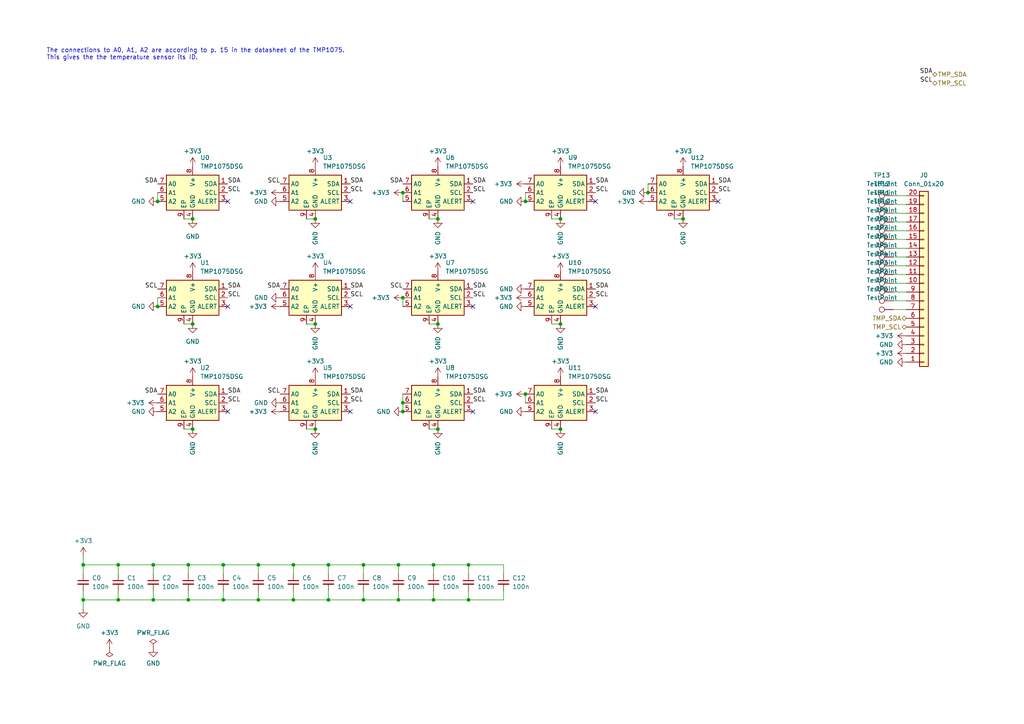
<source format=kicad_sch>
(kicad_sch (version 20231120) (generator "eeschema") (generator_version "8.0")
  (paper "A4")
  (lib_symbols
    (symbol "+3V3_1" (power) (pin_numbers hide) (pin_names (offset 0) hide)
      (property "Value" "+3V3" (at 0 3.556 0))
      (symbol "+3V3_1_0_1"
        (polyline (pts (xy -0.762 1.27) (xy 0 2.54)))
        (polyline (pts (xy 0 0) (xy 0 2.54)))
        (polyline (pts (xy 0 2.54) (xy 0.762 1.27)))
      )
      (symbol "+3V3_1_1_1"
        (pin power_in line (at 0 0 90) (length 0) (name "~") (number "1"))
      )
    )
    (symbol "Connector:TestPoint" (pin_numbers hide) (pin_names (offset 0.762) hide)
      (property "Reference" "TP" (at 0 6.858 0))
      (property "Value" "TestPoint" (at 0 5.08 0))
      (symbol "TestPoint_0_1"
        (circle (center 0 3.302) (radius 0.762))
      )
      (symbol "TestPoint_1_1"
        (pin passive line (at 0 0 90) (length 2.54) (name "1") (number "1"))
      )
    )
    (symbol "Connector_Generic:Conn_01x20" (pin_names (offset 1.016) hide)
      (property "Reference" "J" (at 0 25.4 0))
      (property "Value" "Conn_01x20" (at 0 -27.94 0))
      (symbol "Conn_01x20_1_1"
        (rectangle (start -1.27 -25.273) (end 0 -25.527) (stroke (width 0.1524)))
        (rectangle (start -1.27 -22.733) (end 0 -22.987) (stroke (width 0.1524)))
        (rectangle (start -1.27 -20.193) (end 0 -20.447) (stroke (width 0.1524)))
        (rectangle (start -1.27 -17.653) (end 0 -17.907) (stroke (width 0.1524)))
        (rectangle (start -1.27 -15.113) (end 0 -15.367) (stroke (width 0.1524)))
        (rectangle (start -1.27 -12.573) (end 0 -12.827) (stroke (width 0.1524)))
        (rectangle (start -1.27 -10.033) (end 0 -10.287) (stroke (width 0.1524)))
        (rectangle (start -1.27 -7.493) (end 0 -7.747) (stroke (width 0.1524)))
        (rectangle (start -1.27 -4.953) (end 0 -5.207) (stroke (width 0.1524)))
        (rectangle (start -1.27 -2.413) (end 0 -2.667) (stroke (width 0.1524)))
        (rectangle (start -1.27 0.127) (end 0 -0.127) (stroke (width 0.1524)))
        (rectangle (start -1.27 2.667) (end 0 2.413) (stroke (width 0.1524)))
        (rectangle (start -1.27 5.207) (end 0 4.953) (stroke (width 0.1524)))
        (rectangle (start -1.27 7.747) (end 0 7.493) (stroke (width 0.1524)))
        (rectangle (start -1.27 10.287) (end 0 10.033) (stroke (width 0.1524)))
        (rectangle (start -1.27 12.827) (end 0 12.573) (stroke (width 0.1524)))
        (rectangle (start -1.27 15.367) (end 0 15.113) (stroke (width 0.1524)))
        (rectangle (start -1.27 17.907) (end 0 17.653) (stroke (width 0.1524)))
        (rectangle (start -1.27 20.447) (end 0 20.193) (stroke (width 0.1524)))
        (rectangle (start -1.27 22.987) (end 0 22.733) (stroke (width 0.1524)))
        (rectangle (start -1.27 24.13) (end 1.27 -26.67) (stroke (width 0.254)) (fill (type background)))
        (pin passive line (at -5.08 22.86 0) (length 3.81) (name "Pin_1") (number "1"))
        (pin passive line (at -5.08 0 0) (length 3.81) (name "Pin_10") (number "10"))
        (pin passive line (at -5.08 -2.54 0) (length 3.81) (name "Pin_11") (number "11"))
        (pin passive line (at -5.08 -5.08 0) (length 3.81) (name "Pin_12") (number "12"))
        (pin passive line (at -5.08 -7.62 0) (length 3.81) (name "Pin_13") (number "13"))
        (pin passive line (at -5.08 -10.16 0) (length 3.81) (name "Pin_14") (number "14"))
        (pin passive line (at -5.08 -12.7 0) (length 3.81) (name "Pin_15") (number "15"))
        (pin passive line (at -5.08 -15.24 0) (length 3.81) (name "Pin_16") (number "16"))
        (pin passive line (at -5.08 -17.78 0) (length 3.81) (name "Pin_17") (number "17"))
        (pin passive line (at -5.08 -20.32 0) (length 3.81) (name "Pin_18") (number "18"))
        (pin passive line (at -5.08 -22.86 0) (length 3.81) (name "Pin_19") (number "19"))
        (pin passive line (at -5.08 20.32 0) (length 3.81) (name "Pin_2") (number "2"))
        (pin passive line (at -5.08 -25.4 0) (length 3.81) (name "Pin_20") (number "20"))
        (pin passive line (at -5.08 17.78 0) (length 3.81) (name "Pin_3") (number "3"))
        (pin passive line (at -5.08 15.24 0) (length 3.81) (name "Pin_4") (number "4"))
        (pin passive line (at -5.08 12.7 0) (length 3.81) (name "Pin_5") (number "5"))
        (pin passive line (at -5.08 10.16 0) (length 3.81) (name "Pin_6") (number "6"))
        (pin passive line (at -5.08 7.62 0) (length 3.81) (name "Pin_7") (number "7"))
        (pin passive line (at -5.08 5.08 0) (length 3.81) (name "Pin_8") (number "8"))
        (pin passive line (at -5.08 2.54 0) (length 3.81) (name "Pin_9") (number "9"))
      )
    )
    (symbol "Device:C_Small" (pin_numbers hide) (pin_names (offset 0.254) hide)
      (property "Reference" "C" (at 0.254 1.778 0))
      (property "Value" "C_Small" (at 0.254 -2.032 0))
      (symbol "C_Small_0_1"
        (polyline (pts (xy -1.524 -0.508) (xy 1.524 -0.508)) (stroke (width 0.3302)))
        (polyline (pts (xy -1.524 0.508) (xy 1.524 0.508)) (stroke (width 0.3048)))
      )
      (symbol "C_Small_1_1"
        (pin passive line (at 0 2.54 270) (length 2.032) (name "~") (number "1"))
        (pin passive line (at 0 -2.54 90) (length 2.032) (name "~") (number "2"))
      )
    )
    (symbol "Sensor_Temperature:TMP1075DSG"
      (property "Reference" "U" (at -6.35 6.35 0))
      (property "Value" "TMP1075DSG" (at 6.35 6.35 0))
      (symbol "TMP1075DSG_0_1"
        (rectangle (start -7.62 5.08) (end 7.62 -5.08) (stroke (width 0.254)) (fill (type background)))
      )
      (symbol "TMP1075DSG_1_1"
        (pin bidirectional line (at 10.16 2.54 180) (length 2.54) (name "SDA") (number "1"))
        (pin input line (at 10.16 0 180) (length 2.54) (name "SCL") (number "2"))
        (pin open_collector line (at 10.16 -2.54 180) (length 2.54) (name "ALERT") (number "3"))
        (pin power_in line (at 0 -7.62 90) (length 2.54) (name "GND") (number "4"))
        (pin input line (at -10.16 -2.54 0) (length 2.54) (name "A2") (number "5"))
        (pin input line (at -10.16 0 0) (length 2.54) (name "A1") (number "6"))
        (pin input line (at -10.16 2.54 0) (length 2.54) (name "A0") (number "7"))
        (pin power_in line (at 0 7.62 270) (length 2.54) (name "V+") (number "8"))
        (pin passive line (at -2.54 -7.62 90) (length 2.54) (name "EP") (number "9"))
      )
    )
    (symbol "power:+3V3" (power) (pin_names (offset 0))
      (property "Value" "+3V3" (at 0 3.556 0))
      (symbol "+3V3_0_1"
        (polyline (pts (xy -0.762 1.27) (xy 0 2.54)))
        (polyline (pts (xy 0 0) (xy 0 2.54)))
        (polyline (pts (xy 0 2.54) (xy 0.762 1.27)))
      )
      (symbol "+3V3_1_1"
        (pin power_in line (at 0 0 90) (length 0) hide (name "+3V3") (number "1"))
      )
    )
    (symbol "power:GND" (power) (pin_names (offset 0))
      (property "Value" "GND" (at 0 -3.81 0))
      (symbol "GND_0_1"
        (polyline (pts (xy 0 0) (xy 0 -1.27) (xy 1.27 -1.27) (xy 0 -2.54) (xy -1.27 -1.27) (xy 0 -1.27)))
      )
      (symbol "GND_1_1"
        (pin power_in line (at 0 0 270) (length 0) hide (name "GND") (number "1"))
      )
    )
    (symbol "power:PWR_FLAG" (power) (pin_numbers hide) (pin_names (offset 0) hide)
      (property "Value" "PWR_FLAG" (at 0 3.81 0))
      (symbol "PWR_FLAG_0_0"
        (pin power_out line (at 0 0 90) (length 0) (name "~") (number "1"))
      )
      (symbol "PWR_FLAG_0_1"
        (polyline (pts (xy 0 0) (xy 0 1.27) (xy -1.016 1.905) (xy 0 2.54) (xy 1.016 1.905) (xy 0 1.27)))
      )
    )
  )
  (junction (at 152.4 58.42))
  (junction (at 55.88 93.98))
  (junction (at 55.88 124.46))
  (junction (at 162.56 63.5))
  (junction (at 24.13 163.83))
  (junction (at 64.77 163.83))
  (junction (at 45.72 58.42))
  (junction (at 95.25 173.99))
  (junction (at 44.45 163.83))
  (junction (at 44.45 173.99))
  (junction (at 105.41 173.99))
  (junction (at 115.57 173.99))
  (junction (at 91.44 63.5))
  (junction (at 91.44 93.98))
  (junction (at 91.44 124.46))
  (junction (at 125.73 163.83))
  (junction (at 74.93 173.99))
  (junction (at 162.56 93.98))
  (junction (at 85.09 173.99))
  (junction (at 74.93 163.83))
  (junction (at 105.41 163.83))
  (junction (at 116.84 55.88))
  (junction (at 54.61 163.83))
  (junction (at 116.84 116.84))
  (junction (at 116.84 86.36))
  (junction (at 64.77 173.99))
  (junction (at 34.29 163.83))
  (junction (at 45.72 88.9))
  (junction (at 187.96 55.88))
  (junction (at 54.61 173.99))
  (junction (at 34.29 173.99))
  (junction (at 135.89 163.83))
  (junction (at 24.13 173.99))
  (junction (at 116.84 119.38))
  (junction (at 152.4 114.3))
  (junction (at 85.09 163.83))
  (junction (at 127 63.5))
  (junction (at 162.56 124.46))
  (junction (at 127 93.98))
  (junction (at 135.89 173.99))
  (junction (at 95.25 163.83))
  (junction (at 125.73 173.99))
  (junction (at 127 124.46))
  (junction (at 115.57 163.83))
  (junction (at 198.12 63.5))
  (junction (at 55.88 63.5))
  (no_connect (at 208.28 58.42))
  (no_connect (at 101.6 119.38))
  (no_connect (at 172.72 119.38))
  (no_connect (at 172.72 58.42))
  (no_connect (at 66.04 58.42))
  (no_connect (at 172.72 88.9))
  (no_connect (at 66.04 88.9))
  (no_connect (at 137.16 88.9))
  (no_connect (at 137.16 119.38))
  (no_connect (at 101.6 88.9))
  (no_connect (at 137.16 58.42))
  (no_connect (at 101.6 58.42))
  (no_connect (at 66.04 119.38))
  (wire (pts (xy 259.08 77.089) (xy 262.89 77.089)))
  (wire (pts (xy 146.05 171.45) (xy 146.05 173.99)))
  (wire (pts (xy 54.61 173.99) (xy 44.45 173.99)))
  (wire (pts (xy 88.9 93.98) (xy 91.44 93.98)))
  (wire (pts (xy 34.29 166.37) (xy 34.29 163.83)))
  (wire (pts (xy 64.77 173.99) (xy 54.61 173.99)))
  (wire (pts (xy 74.93 173.99) (xy 64.77 173.99)))
  (wire (pts (xy 105.41 173.99) (xy 95.25 173.99)))
  (wire (pts (xy 95.25 173.99) (xy 85.09 173.99)))
  (wire (pts (xy 259.08 79.629) (xy 262.89 79.629)))
  (wire (pts (xy 24.13 161.29) (xy 24.13 163.83)))
  (wire (pts (xy 105.41 171.45) (xy 105.41 173.99)))
  (wire (pts (xy 115.57 171.45) (xy 115.57 173.99)))
  (wire (pts (xy 125.73 163.83) (xy 125.73 166.37)))
  (wire (pts (xy 146.05 163.83) (xy 146.05 166.37)))
  (wire (pts (xy 259.08 56.769) (xy 262.89 56.769)))
  (wire (pts (xy 259.08 61.849) (xy 262.89 61.849)))
  (wire (pts (xy 53.34 63.5) (xy 55.88 63.5)))
  (wire (pts (xy 34.29 173.99) (xy 24.13 173.99)))
  (wire (pts (xy 34.29 163.83) (xy 44.45 163.83)))
  (wire (pts (xy 259.08 72.009) (xy 262.89 72.009)))
  (wire (pts (xy 125.73 173.99) (xy 115.57 173.99)))
  (wire (pts (xy 74.93 163.83) (xy 74.93 166.37)))
  (wire (pts (xy 195.58 63.5) (xy 198.12 63.5)))
  (wire (pts (xy 54.61 171.45) (xy 54.61 173.99)))
  (wire (pts (xy 44.45 163.83) (xy 44.45 166.37)))
  (wire (pts (xy 85.09 171.45) (xy 85.09 173.99)))
  (wire (pts (xy 152.4 114.3) (xy 152.4 116.84)))
  (wire (pts (xy 53.34 93.98) (xy 55.88 93.98)))
  (wire (pts (xy 95.25 171.45) (xy 95.25 173.99)))
  (wire (pts (xy 124.46 93.98) (xy 127 93.98)))
  (wire (pts (xy 116.84 114.3) (xy 116.84 116.84)))
  (wire (pts (xy 85.09 173.99) (xy 74.93 173.99)))
  (wire (pts (xy 85.09 163.83) (xy 95.25 163.83)))
  (wire (pts (xy 64.77 163.83) (xy 74.93 163.83)))
  (wire (pts (xy 74.93 163.83) (xy 85.09 163.83)))
  (wire (pts (xy 259.08 84.709) (xy 262.89 84.709)))
  (wire (pts (xy 115.57 163.83) (xy 115.57 166.37)))
  (wire (pts (xy 45.72 86.36) (xy 45.72 88.9)))
  (wire (pts (xy 135.89 173.99) (xy 125.73 173.99)))
  (wire (pts (xy 105.41 163.83) (xy 115.57 163.83)))
  (wire (pts (xy 135.89 171.45) (xy 135.89 173.99)))
  (wire (pts (xy 24.13 163.83) (xy 34.29 163.83)))
  (wire (pts (xy 64.77 171.45) (xy 64.77 173.99)))
  (wire (pts (xy 259.08 87.249) (xy 262.89 87.249)))
  (wire (pts (xy 135.89 163.83) (xy 135.89 166.37)))
  (wire (pts (xy 54.61 163.83) (xy 64.77 163.83)))
  (wire (pts (xy 95.25 163.83) (xy 105.41 163.83)))
  (wire (pts (xy 187.96 53.34) (xy 187.96 55.88)))
  (wire (pts (xy 85.09 163.83) (xy 85.09 166.37)))
  (wire (pts (xy 160.02 124.46) (xy 162.56 124.46)))
  (wire (pts (xy 45.72 55.88) (xy 45.72 58.42)))
  (wire (pts (xy 34.29 171.45) (xy 34.29 173.99)))
  (wire (pts (xy 259.08 69.469) (xy 262.89 69.469)))
  (wire (pts (xy 259.08 66.929) (xy 262.89 66.929)))
  (wire (pts (xy 116.84 55.88) (xy 116.84 58.42)))
  (wire (pts (xy 44.45 173.99) (xy 34.29 173.99)))
  (wire (pts (xy 259.08 82.169) (xy 262.89 82.169)))
  (wire (pts (xy 54.61 163.83) (xy 54.61 166.37)))
  (wire (pts (xy 152.4 55.88) (xy 152.4 58.42)))
  (wire (pts (xy 44.45 171.45) (xy 44.45 173.99)))
  (wire (pts (xy 115.57 163.83) (xy 125.73 163.83)))
  (wire (pts (xy 74.93 171.45) (xy 74.93 173.99)))
  (wire (pts (xy 124.46 124.46) (xy 127 124.46)))
  (wire (pts (xy 135.89 163.83) (xy 146.05 163.83)))
  (wire (pts (xy 160.02 93.98) (xy 162.56 93.98)))
  (wire (pts (xy 259.08 74.549) (xy 262.89 74.549)))
  (wire (pts (xy 115.57 173.99) (xy 105.41 173.99)))
  (wire (pts (xy 259.08 64.389) (xy 262.89 64.389)))
  (wire (pts (xy 125.73 171.45) (xy 125.73 173.99)))
  (wire (pts (xy 116.84 86.36) (xy 116.84 88.9)))
  (wire (pts (xy 259.08 59.309) (xy 262.89 59.309)))
  (wire (pts (xy 124.46 63.5) (xy 127 63.5)))
  (wire (pts (xy 24.13 171.45) (xy 24.13 173.99)))
  (wire (pts (xy 24.13 163.83) (xy 24.13 166.37)))
  (wire (pts (xy 64.77 163.83) (xy 64.77 166.37)))
  (wire (pts (xy 88.9 63.5) (xy 91.44 63.5)))
  (wire (pts (xy 259.08 89.789) (xy 262.89 89.789)))
  (wire (pts (xy 95.25 166.37) (xy 95.25 163.83)))
  (wire (pts (xy 146.05 173.99) (xy 135.89 173.99)))
  (wire (pts (xy 88.9 124.46) (xy 91.44 124.46)))
  (wire (pts (xy 160.02 63.5) (xy 162.56 63.5)))
  (wire (pts (xy 105.41 163.83) (xy 105.41 166.37)))
  (wire (pts (xy 53.34 124.46) (xy 55.88 124.46)))
  (wire (pts (xy 44.45 163.83) (xy 54.61 163.83)))
  (wire (pts (xy 24.13 173.99) (xy 24.13 176.53)))
  (wire (pts (xy 116.84 116.84) (xy 116.84 119.38)))
  (wire (pts (xy 125.73 163.83) (xy 135.89 163.83)))
  (text "The connections to A0, A1, A2 are according to p. 15 in the datasheet of the TMP1075. \nThis gives the the temperature sensor its ID. " (at 13.462 15.748 0) (effects (font (size 1.27 1.27)) (justify left)))
  (label "SDA" (at 208.28 53.34 0))
  (label "SCL" (at 137.16 116.84 0))
  (label "SDA" (at 172.72 53.34 0))
  (label "SCL" (at 101.6 55.88 0))
  (label "SDA" (at 81.28 83.82 180))
  (label "SDA" (at 45.72 114.3 180))
  (label "SDA" (at 45.72 53.34 180))
  (label "SCL" (at 66.04 55.88 0))
  (label "SCL" (at 270.51 24.13 180))
  (label "SDA" (at 66.04 83.82 0))
  (label "SDA" (at 137.16 53.34 0))
  (label "SCL" (at 137.16 55.88 0))
  (label "SCL" (at 172.72 55.88 0))
  (label "SDA" (at 172.72 114.3 0))
  (label "SCL" (at 81.28 114.3 180))
  (label "SCL" (at 101.6 116.84 0))
  (label "SDA" (at 172.72 83.82 0))
  (label "SDA" (at 116.84 53.34 180))
  (label "SCL" (at 66.04 116.84 0))
  (label "SDA" (at 101.6 114.3 0))
  (label "SCL" (at 66.04 86.36 0))
  (label "SDA" (at 137.16 83.82 0))
  (label "SCL" (at 208.28 55.88 0))
  (label "SDA" (at 137.16 114.3 0))
  (label "SCL" (at 137.16 86.36 0))
  (label "SDA" (at 101.6 53.34 0))
  (label "SDA" (at 270.51 21.59 180))
  (label "SCL" (at 172.72 86.36 0))
  (label "SDA" (at 101.6 83.82 0))
  (label "SDA" (at 66.04 114.3 0))
  (label "SCL" (at 172.72 116.84 0))
  (label "SDA" (at 66.04 53.34 0))
  (label "SCL" (at 116.84 83.82 180))
  (label "SCL" (at 45.72 83.82 180))
  (label "SCL" (at 81.28 53.34 180))
  (label "SCL" (at 101.6 86.36 0))
  (hierarchical_label "TMP_SCL" (shape bidirectional) (at 270.51 24.13 0))
  (hierarchical_label "TMP_SDA" (shape bidirectional) (at 270.51 21.59 0))
  (hierarchical_label "TMP_SDA" (shape bidirectional) (at 262.89 92.329 180))
  (hierarchical_label "TMP_SCL" (shape bidirectional) (at 262.89 94.869 180))
  (symbol (lib_id "power:GND") (at 24.13 176.53 0) (unit 1)
    (property "Reference" "#PWR01" (effects (hide yes)))
    (property "Value" "GND" (at 24.13 181.61 0))
  )
  (symbol (lib_id "power:+3V3") (at 31.75 187.96 0) (mirror y) (unit 1)
    (property "Reference" "#PWR02" (effects (hide yes)))
    (property "Value" "+3V3" (at 31.75 183.515 0))
  )
  (symbol (lib_id "power:+3V3") (at 91.44 48.26 0) (unit 1)
    (property "Reference" "#PWR020" (effects (hide yes)))
    (property "Value" "+3V3" (at 91.44 43.815 0))
  )
  (symbol (lib_id "power:+3V3") (at 152.4 53.34 90) (mirror x) (unit 1)
    (property "Reference" "#PWR035" (effects (hide yes)))
    (property "Value" "+3V3" (at 148.59 53.3401 90) (effects (justify left)))
  )
  (symbol (lib_id "power:+3V3") (at 262.89 97.409 90) (mirror x) (unit 1)
    (property "Reference" "#PWR051" (effects (hide yes)))
    (property "Value" "+3V3" (at 259.08 97.4089 90) (effects (justify left)))
  )
  (symbol (lib_id "Sensor_Temperature:TMP1075DSG") (at 55.88 116.84 0) (unit 1)
    (property "Reference" "U2" (at 58.0741 106.68 0) (effects (justify left)))
    (property "Value" "TMP1075DSG" (at 58.0741 109.22 0) (effects (justify left)))
    (property "Footprint" "Package_SON:WSON-8-1EP_2x2mm_P0.5mm_EP0.9x1.6mm_ThermalVias" (effects (hide yes)))
    (property "Datasheet" "https://www.ti.com/lit/gpn/tmp1075" (effects (hide yes)))
  )
  (symbol (lib_id "power:GND") (at 55.88 124.46 0) (unit 1)
    (property "Reference" "#PWR013" (effects (hide yes)))
    (property "Value" "GND" (at 55.88 132.08 90) (effects (justify left)))
  )
  (symbol (lib_id "Sensor_Temperature:TMP1075DSG") (at 162.56 86.36 0) (unit 1)
    (property "Reference" "U10" (at 164.7541 76.2 0) (effects (justify left)))
    (property "Value" "TMP1075DSG" (at 164.7541 78.74 0) (effects (justify left)))
    (property "Footprint" "Package_SON:WSON-8-1EP_2x2mm_P0.5mm_EP0.9x1.6mm_ThermalVias" (effects (hide yes)))
    (property "Datasheet" "https://www.ti.com/lit/gpn/tmp1075" (effects (hide yes)))
  )
  (symbol (lib_id "power:GND") (at 81.28 86.36 270) (mirror x) (unit 1)
    (property "Reference" "#PWR016" (effects (hide yes)))
    (property "Value" "GND" (at 73.66 86.36 90) (effects (justify left)))
  )
  (symbol (lib_id "Sensor_Temperature:TMP1075DSG") (at 198.12 55.88 0) (unit 1)
    (property "Reference" "U12" (at 200.3141 45.72 0) (effects (justify left)))
    (property "Value" "TMP1075DSG" (at 200.3141 48.26 0) (effects (justify left)))
    (property "Footprint" "Package_SON:WSON-8-1EP_2x2mm_P0.5mm_EP0.9x1.6mm_ThermalVias" (effects (hide yes)))
    (property "Datasheet" "https://www.ti.com/lit/gpn/tmp1075" (effects (hide yes)))
  )
  (symbol (lib_id "Sensor_Temperature:TMP1075DSG") (at 127 116.84 0) (unit 1)
    (property "Reference" "U8" (at 129.1941 106.68 0) (effects (justify left)))
    (property "Value" "TMP1075DSG" (at 129.1941 109.22 0) (effects (justify left)))
    (property "Footprint" "Package_SON:WSON-8-1EP_2x2mm_P0.5mm_EP0.9x1.6mm_ThermalVias" (effects (hide yes)))
    (property "Datasheet" "https://www.ti.com/lit/gpn/tmp1075" (effects (hide yes)))
  )
  (symbol (lib_id "Device:C_Small") (at 54.61 168.91 0) (unit 1)
    (property "Reference" "C3" (at 57.15 167.6462 0) (effects (justify left)))
    (property "Value" "100n" (at 57.15 170.1862 0) (effects (justify left)))
    (property "Footprint" "Capacitor_SMD:C_0603_1608Metric" (effects (hide yes)))
  )
  (symbol (lib_id "power:GND") (at 116.84 119.38 270) (unit 1)
    (property "Reference" "#PWR028" (effects (hide yes)))
    (property "Value" "GND" (at 109.22 119.38 90) (effects (justify left)))
  )
  (symbol (lib_id "Sensor_Temperature:TMP1075DSG") (at 127 55.88 0) (unit 1)
    (property "Reference" "U6" (at 129.1941 45.72 0) (effects (justify left)))
    (property "Value" "TMP1075DSG" (at 129.1941 48.26 0) (effects (justify left)))
    (property "Footprint" "Package_SON:WSON-8-1EP_2x2mm_P0.5mm_EP0.9x1.6mm_ThermalVias" (effects (hide yes)))
    (property "Datasheet" "https://www.ti.com/lit/gpn/tmp1075" (effects (hide yes)))
  )
  (symbol (lib_id "power:+3V3") (at 152.4 114.3 90) (mirror x) (unit 1)
    (property "Reference" "#PWR040" (effects (hide yes)))
    (property "Value" "+3V3" (at 148.59 114.3001 90) (effects (justify left)))
  )
  (symbol (lib_id "power:GND") (at 44.45 187.96 0) (mirror y) (unit 1)
    (property "Reference" "#PWR03" (effects (hide yes)))
    (property "Value" "GND" (at 44.45 192.405 0))
  )
  (symbol (lib_id "Connector:TestPoint") (at 259.08 89.789 90) (unit 1)
    (property "Reference" "TP0" (at 255.778 83.82 90))
    (property "Value" "TestPoint" (at 255.778 86.36 90))
    (property "Footprint" "TestPoint:TestPoint_Pad_3.0x3.0mm" (effects (hide yes)))
    (property "Description" "test point" (effects (hide yes)))
  )
  (symbol (lib_id "Device:C_Small") (at 95.25 168.91 0) (unit 1)
    (property "Reference" "C7" (at 97.79 167.6462 0) (effects (justify left)))
    (property "Value" "100n" (at 97.79 170.1862 0) (effects (justify left)))
    (property "Footprint" "Capacitor_SMD:C_0603_1608Metric" (effects (hide yes)))
  )
  (symbol (lib_id "power:+3V3") (at 81.28 119.38 90) (mirror x) (unit 1)
    (property "Reference" "#PWR019" (effects (hide yes)))
    (property "Value" "+3V3" (at 77.47 119.3801 90) (effects (justify left)))
  )
  (symbol (lib_id "Sensor_Temperature:TMP1075DSG") (at 91.44 55.88 0) (unit 1)
    (property "Reference" "U3" (at 93.6341 45.72 0) (effects (justify left)))
    (property "Value" "TMP1075DSG" (at 93.6341 48.26 0) (effects (justify left)))
    (property "Footprint" "Package_SON:WSON-8-1EP_2x2mm_P0.5mm_EP0.9x1.6mm_ThermalVias" (effects (hide yes)))
    (property "Datasheet" "https://www.ti.com/lit/gpn/tmp1075" (effects (hide yes)))
  )
  (symbol (lib_id "Sensor_Temperature:TMP1075DSG") (at 162.56 116.84 0) (unit 1)
    (property "Reference" "U11" (at 164.7541 106.68 0) (effects (justify left)))
    (property "Value" "TMP1075DSG" (at 164.7541 109.22 0) (effects (justify left)))
    (property "Footprint" "Package_SON:WSON-8-1EP_2x2mm_P0.5mm_EP0.9x1.6mm_ThermalVias" (effects (hide yes)))
    (property "Datasheet" "https://www.ti.com/lit/gpn/tmp1075" (effects (hide yes)))
  )
  (symbol (lib_id "Sensor_Temperature:TMP1075DSG") (at 55.88 55.88 0) (unit 1)
    (property "Reference" "U0" (at 58.0741 45.72 0) (effects (justify left)))
    (property "Value" "TMP1075DSG" (at 58.0741 48.26 0) (effects (justify left)))
    (property "Footprint" "Package_SON:WSON-8-1EP_2x2mm_P0.5mm_EP0.9x1.6mm_ThermalVias" (effects (hide yes)))
    (property "Datasheet" "https://www.ti.com/lit/gpn/tmp1075" (effects (hide yes)))
  )
  (symbol (lib_id "power:+3V3") (at 55.88 78.74 0) (unit 1)
    (property "Reference" "#PWR010" (effects (hide yes)))
    (property "Value" "+3V3" (at 55.88 74.295 0))
  )
  (symbol (lib_id "power:GND") (at 152.4 58.42 270) (unit 1)
    (property "Reference" "#PWR036" (effects (hide yes)))
    (property "Value" "GND" (at 144.78 58.42 90) (effects (justify left)))
  )
  (symbol (lib_id "Connector:TestPoint") (at 259.08 84.709 90) (unit 1)
    (property "Reference" "TP2" (at 255.778 78.74 90))
    (property "Value" "TestPoint" (at 255.778 81.28 90))
    (property "Footprint" "TestPoint:TestPoint_Pad_3.0x3.0mm" (effects (hide yes)))
    (property "Description" "test point" (effects (hide yes)))
  )
  (symbol (lib_id "Device:C_Small") (at 24.13 168.91 0) (unit 1)
    (property "Reference" "C0" (at 26.67 167.6462 0) (effects (justify left)))
    (property "Value" "100n" (at 26.67 170.1862 0) (effects (justify left)))
    (property "Footprint" "Capacitor_SMD:C_0603_1608Metric" (effects (hide yes)))
  )
  (symbol (lib_id "power:GND") (at 91.44 124.46 0) (unit 1)
    (property "Reference" "#PWR025" (effects (hide yes)))
    (property "Value" "GND" (at 91.44 132.08 90) (effects (justify left)))
  )
  (symbol (lib_id "Device:C_Small") (at 125.73 168.91 0) (unit 1)
    (property "Reference" "C10" (at 128.27 167.6462 0) (effects (justify left)))
    (property "Value" "100n" (at 128.27 170.1862 0) (effects (justify left)))
    (property "Footprint" "Capacitor_SMD:C_0603_1608Metric" (effects (hide yes)))
  )
  (symbol (lib_id "power:+3V3") (at 55.88 109.22 0) (unit 1)
    (property "Reference" "#PWR012" (effects (hide yes)))
    (property "Value" "+3V3" (at 55.88 104.775 0))
  )
  (symbol (lib_id "power:GND") (at 198.12 63.5 0) (unit 1)
    (property "Reference" "#PWR054" (effects (hide yes)))
    (property "Value" "GND" (at 198.12 71.12 90) (effects (justify left)))
  )
  (symbol (lib_id "Device:C_Small") (at 74.93 168.91 0) (unit 1)
    (property "Reference" "C5" (at 77.47 167.6462 0) (effects (justify left)))
    (property "Value" "100n" (at 77.47 170.1862 0) (effects (justify left)))
    (property "Footprint" "Capacitor_SMD:C_0603_1608Metric" (effects (hide yes)))
  )
  (symbol (lib_id "power:GND") (at 162.56 63.5 0) (unit 1)
    (property "Reference" "#PWR043" (effects (hide yes)))
    (property "Value" "GND" (at 162.56 71.12 90) (effects (justify left)))
  )
  (symbol (lib_id "Sensor_Temperature:TMP1075DSG") (at 55.88 86.36 0) (unit 1)
    (property "Reference" "U1" (at 58.0741 76.2 0) (effects (justify left)))
    (property "Value" "TMP1075DSG" (at 58.0741 78.74 0) (effects (justify left)))
    (property "Footprint" "Package_SON:WSON-8-1EP_2x2mm_P0.5mm_EP0.9x1.6mm_ThermalVias" (effects (hide yes)))
    (property "Datasheet" "https://www.ti.com/lit/gpn/tmp1075" (effects (hide yes)))
  )
  (symbol (lib_id "Connector:TestPoint") (at 259.08 56.769 90) (unit 1)
    (property "Reference" "TP13" (at 255.778 50.8 90))
    (property "Value" "TestPoint" (at 255.778 53.34 90))
    (property "Footprint" "TestPoint:TestPoint_Pad_3.0x3.0mm" (effects (hide yes)))
    (property "Description" "test point" (effects (hide yes)))
  )
  (symbol (lib_id "power:GND") (at 262.89 99.949 270) (unit 1)
    (property "Reference" "#PWR050" (effects (hide yes)))
    (property "Value" "GND" (at 259.08 99.9489 90) (effects (justify right)))
  )
  (symbol (lib_id "Connector:TestPoint") (at 259.08 66.929 90) (unit 1)
    (property "Reference" "TP9" (at 255.778 60.96 90))
    (property "Value" "TestPoint" (at 255.778 63.5 90))
    (property "Footprint" "TestPoint:TestPoint_Pad_3.0x3.0mm" (effects (hide yes)))
    (property "Description" "test point" (effects (hide yes)))
  )
  (symbol (lib_id "power:GND") (at 262.89 105.029 270) (unit 1)
    (property "Reference" "#PWR057" (effects (hide yes)))
    (property "Value" "GND" (at 259.08 105.0289 90) (effects (justify right)))
  )
  (symbol (lib_id "Device:C_Small") (at 85.09 168.91 0) (unit 1)
    (property "Reference" "C6" (at 87.63 167.6462 0) (effects (justify left)))
    (property "Value" "100n" (at 87.63 170.1862 0) (effects (justify left)))
    (property "Footprint" "Capacitor_SMD:C_0603_1608Metric" (effects (hide yes)))
  )
  (symbol (lib_id "power:GND") (at 162.56 93.98 0) (unit 1)
    (property "Reference" "#PWR045" (effects (hide yes)))
    (property "Value" "GND" (at 162.56 101.6 90) (effects (justify left)))
  )
  (symbol (lib_id "power:PWR_FLAG") (at 31.75 187.96 180) (unit 1)
    (property "Reference" "#FLG00" (effects (hide yes)))
    (property "Value" "PWR_FLAG" (at 31.75 192.405 0))
    (property "Description" "Special symbol for telling ERC where power comes from" (effects (hide yes)))
  )
  (symbol (lib_id "Device:C_Small") (at 44.45 168.91 0) (unit 1)
    (property "Reference" "C2" (at 46.99 167.6462 0) (effects (justify left)))
    (property "Value" "100n" (at 46.99 170.1862 0) (effects (justify left)))
    (property "Footprint" "Capacitor_SMD:C_0603_1608Metric" (effects (hide yes)))
  )
  (symbol (lib_id "Connector:TestPoint") (at 259.08 77.089 90) (unit 1)
    (property "Reference" "TP5" (at 255.778 71.12 90))
    (property "Value" "TestPoint" (at 255.778 73.66 90))
    (property "Footprint" "TestPoint:TestPoint_Pad_3.0x3.0mm" (effects (hide yes)))
    (property "Description" "test point" (effects (hide yes)))
  )
  (symbol (lib_id "Connector:TestPoint") (at 259.08 61.849 90) (unit 1)
    (property "Reference" "TP11" (at 255.778 55.88 90))
    (property "Value" "TestPoint" (at 255.778 58.42 90))
    (property "Footprint" "TestPoint:TestPoint_Pad_3.0x3.0mm" (effects (hide yes)))
    (property "Description" "test point" (effects (hide yes)))
  )
  (symbol (lib_id "power:GND") (at 81.28 58.42 270) (unit 1)
    (property "Reference" "#PWR015" (effects (hide yes)))
    (property "Value" "GND" (at 73.66 58.42 90) (effects (justify left)))
  )
  (symbol (lib_id "Device:C_Small") (at 64.77 168.91 0) (unit 1)
    (property "Reference" "C4" (at 67.31 167.6462 0) (effects (justify left)))
    (property "Value" "100n" (at 67.31 170.1862 0) (effects (justify left)))
    (property "Footprint" "Capacitor_SMD:C_0603_1608Metric" (effects (hide yes)))
  )
  (symbol (lib_id "Connector:TestPoint") (at 259.08 72.009 90) (unit 1)
    (property "Reference" "TP7" (at 255.778 66.04 90))
    (property "Value" "TestPoint" (at 255.778 68.58 90))
    (property "Footprint" "TestPoint:TestPoint_Pad_3.0x3.0mm" (effects (hide yes)))
    (property "Description" "test point" (effects (hide yes)))
  )
  (symbol (lib_id "power:GND") (at 45.72 119.38 270) (unit 1)
    (property "Reference" "#PWR07" (effects (hide yes)))
    (property "Value" "GND" (at 38.1 119.38 90) (effects (justify left)))
  )
  (symbol (lib_id "power:+3V3") (at 198.12 48.26 0) (unit 1)
    (property "Reference" "#PWR053" (effects (hide yes)))
    (property "Value" "+3V3" (at 198.12 43.815 0))
  )
  (symbol (lib_id "Sensor_Temperature:TMP1075DSG") (at 91.44 86.36 0) (unit 1)
    (property "Reference" "U4" (at 93.6341 76.2 0) (effects (justify left)))
    (property "Value" "TMP1075DSG" (at 93.6341 78.74 0) (effects (justify left)))
    (property "Footprint" "Package_SON:WSON-8-1EP_2x2mm_P0.5mm_EP0.9x1.6mm_ThermalVias" (effects (hide yes)))
    (property "Datasheet" "https://www.ti.com/lit/gpn/tmp1075" (effects (hide yes)))
  )
  (symbol (lib_id "power:+3V3") (at 127 109.22 0) (unit 1)
    (property "Reference" "#PWR033" (effects (hide yes)))
    (property "Value" "+3V3" (at 127 104.775 0))
  )
  (symbol (lib_id "Connector:TestPoint") (at 259.08 87.249 90) (unit 1)
    (property "Reference" "TP1" (at 255.778 81.28 90))
    (property "Value" "TestPoint" (at 255.778 83.82 90))
    (property "Footprint" "TestPoint:TestPoint_Pad_3.0x3.0mm" (effects (hide yes)))
    (property "Description" "test point" (effects (hide yes)))
  )
  (symbol (lib_id "power:GND") (at 91.44 93.98 0) (unit 1)
    (property "Reference" "#PWR023" (effects (hide yes)))
    (property "Value" "GND" (at 91.44 101.6 90) (effects (justify left)))
  )
  (symbol (lib_id "power:GND") (at 55.88 63.5 0) (unit 1)
    (property "Reference" "#PWR09" (effects (hide yes)))
    (property "Value" "GND" (at 55.88 68.58 0))
  )
  (symbol (lib_id "Connector:TestPoint") (at 259.08 82.169 90) (unit 1)
    (property "Reference" "TP3" (at 255.778 76.2 90))
    (property "Value" "TestPoint" (at 255.778 78.74 90))
    (property "Footprint" "TestPoint:TestPoint_Pad_3.0x3.0mm" (effects (hide yes)))
    (property "Description" "test point" (effects (hide yes)))
  )
  (symbol (lib_id "Device:C_Small") (at 135.89 168.91 0) (unit 1)
    (property "Reference" "C11" (at 138.43 167.6462 0) (effects (justify left)))
    (property "Value" "100n" (at 138.43 170.1862 0) (effects (justify left)))
    (property "Footprint" "Capacitor_SMD:C_0603_1608Metric" (effects (hide yes)))
  )
  (symbol (lib_id "Connector:TestPoint") (at 259.08 74.549 90) (unit 1)
    (property "Reference" "TP6" (at 255.778 68.58 90))
    (property "Value" "TestPoint" (at 255.778 71.12 90))
    (property "Footprint" "TestPoint:TestPoint_Pad_3.0x3.0mm" (effects (hide yes)))
    (property "Description" "test point" (effects (hide yes)))
  )
  (symbol (lib_id "Device:C_Small") (at 105.41 168.91 0) (unit 1)
    (property "Reference" "C8" (at 107.95 167.6462 0) (effects (justify left)))
    (property "Value" "100n" (at 107.95 170.1862 0) (effects (justify left)))
    (property "Footprint" "Capacitor_SMD:C_0603_1608Metric" (effects (hide yes)))
  )
  (symbol (lib_id "power:+3V3") (at 81.28 55.88 90) (unit 1)
    (property "Reference" "#PWR014" (effects (hide yes)))
    (property "Value" "+3V3" (at 77.47 55.8799 90) (effects (justify left)))
  )
  (symbol (lib_id "Sensor_Temperature:TMP1075DSG") (at 127 86.36 0) (unit 1)
    (property "Reference" "U7" (at 129.1941 76.2 0) (effects (justify left)))
    (property "Value" "TMP1075DSG" (at 129.1941 78.74 0) (effects (justify left)))
    (property "Footprint" "Package_SON:WSON-8-1EP_2x2mm_P0.5mm_EP0.9x1.6mm_ThermalVias" (effects (hide yes)))
    (property "Datasheet" "https://www.ti.com/lit/gpn/tmp1075" (effects (hide yes)))
  )
  (symbol (lib_id "Connector:TestPoint") (at 259.08 59.309 90) (unit 1)
    (property "Reference" "TP12" (at 255.778 53.34 90))
    (property "Value" "TestPoint" (at 255.778 55.88 90))
    (property "Footprint" "TestPoint:TestPoint_Pad_3.0x3.0mm" (effects (hide yes)))
    (property "Description" "test point" (effects (hide yes)))
  )
  (symbol (lib_id "power:+3V3") (at 127 78.74 0) (unit 1)
    (property "Reference" "#PWR031" (effects (hide yes)))
    (property "Value" "+3V3" (at 127 74.295 0))
  )
  (symbol (lib_id "power:PWR_FLAG") (at 44.45 187.96 0) (unit 1)
    (property "Reference" "#FLG01" (effects (hide yes)))
    (property "Value" "PWR_FLAG" (at 44.45 183.515 0))
    (property "Description" "Special symbol for telling ERC where power comes from" (effects (hide yes)))
  )
  (symbol (lib_id "power:+3V3") (at 55.88 48.26 0) (unit 1)
    (property "Reference" "#PWR08" (effects (hide yes)))
    (property "Value" "+3V3" (at 55.88 43.815 0))
  )
  (symbol (lib_id "power:+3V3") (at 45.72 116.84 90) (unit 1)
    (property "Reference" "#PWR06" (effects (hide yes)))
    (property "Value" "+3V3" (at 41.91 116.8399 90) (effects (justify left)))
  )
  (symbol (lib_name "+3V3_1") (lib_id "power:+3V3") (at 24.13 161.29 0) (unit 1)
    (property "Reference" "#PWR00" (effects (hide yes)))
    (property "Value" "+3V3" (at 24.13 156.845 0))
    (property "Description" "Power symbol creates a global label with name \"+3V3\"" (effects (hide yes)))
  )
  (symbol (lib_id "power:GND") (at 127 124.46 0) (unit 1)
    (property "Reference" "#PWR034" (effects (hide yes)))
    (property "Value" "GND" (at 127 132.08 90) (effects (justify left)))
  )
  (symbol (lib_id "power:+3V3") (at 162.56 78.74 0) (unit 1)
    (property "Reference" "#PWR044" (effects (hide yes)))
    (property "Value" "+3V3" (at 162.56 74.295 0))
  )
  (symbol (lib_id "power:GND") (at 187.96 55.88 270) (mirror x) (unit 1)
    (property "Reference" "#PWR048" (effects (hide yes)))
    (property "Value" "GND" (at 180.34 55.88 90) (effects (justify left)))
  )
  (symbol (lib_id "Connector:TestPoint") (at 259.08 64.389 90) (unit 1)
    (property "Reference" "TP10" (at 255.778 58.42 90))
    (property "Value" "TestPoint" (at 255.778 60.96 90))
    (property "Footprint" "TestPoint:TestPoint_Pad_3.0x3.0mm" (effects (hide yes)))
    (property "Description" "test point" (effects (hide yes)))
  )
  (symbol (lib_id "power:GND") (at 81.28 116.84 270) (mirror x) (unit 1)
    (property "Reference" "#PWR018" (effects (hide yes)))
    (property "Value" "GND" (at 73.66 116.84 90) (effects (justify left)))
  )
  (symbol (lib_id "power:GND") (at 55.88 93.98 0) (unit 1)
    (property "Reference" "#PWR011" (effects (hide yes)))
    (property "Value" "GND" (at 55.88 99.06 0))
  )
  (symbol (lib_id "Sensor_Temperature:TMP1075DSG") (at 162.56 55.88 0) (unit 1)
    (property "Reference" "U9" (at 164.7541 45.72 0) (effects (justify left)))
    (property "Value" "TMP1075DSG" (at 164.7541 48.26 0) (effects (justify left)))
    (property "Footprint" "Package_SON:WSON-8-1EP_2x2mm_P0.5mm_EP0.9x1.6mm_ThermalVias" (effects (hide yes)))
    (property "Datasheet" "https://www.ti.com/lit/gpn/tmp1075" (effects (hide yes)))
  )
  (symbol (lib_id "Connector:TestPoint") (at 259.08 69.469 90) (unit 1)
    (property "Reference" "TP8" (at 255.778 63.5 90))
    (property "Value" "TestPoint" (at 255.778 66.04 90))
    (property "Footprint" "TestPoint:TestPoint_Pad_3.0x3.0mm" (effects (hide yes)))
    (property "Description" "test point" (effects (hide yes)))
  )
  (symbol (lib_id "power:GND") (at 45.72 88.9 270) (unit 1)
    (property "Reference" "#PWR05" (effects (hide yes)))
    (property "Value" "GND" (at 38.1 88.9 90) (effects (justify left)))
  )
  (symbol (lib_id "power:+3V3") (at 152.4 86.36 90) (mirror x) (unit 1)
    (property "Reference" "#PWR038" (effects (hide yes)))
    (property "Value" "+3V3" (at 148.59 86.3601 90) (effects (justify left)))
  )
  (symbol (lib_id "power:+3V3") (at 91.44 78.74 0) (unit 1)
    (property "Reference" "#PWR022" (effects (hide yes)))
    (property "Value" "+3V3" (at 91.44 74.295 0))
  )
  (symbol (lib_id "power:GND") (at 127 63.5 0) (unit 1)
    (property "Reference" "#PWR030" (effects (hide yes)))
    (property "Value" "GND" (at 127 71.12 90) (effects (justify left)))
  )
  (symbol (lib_id "Device:C_Small") (at 34.29 168.91 0) (unit 1)
    (property "Reference" "C1" (at 36.83 167.6462 0) (effects (justify left)))
    (property "Value" "100n" (at 36.83 170.1862 0) (effects (justify left)))
    (property "Footprint" "Capacitor_SMD:C_0603_1608Metric" (effects (hide yes)))
  )
  (symbol (lib_id "power:+3V3") (at 187.96 58.42 90) (unit 1)
    (property "Reference" "#PWR049" (effects (hide yes)))
    (property "Value" "+3V3" (at 184.15 58.4199 90) (effects (justify left)))
  )
  (symbol (lib_id "Connector:TestPoint") (at 259.08 79.629 90) (unit 1)
    (property "Reference" "TP4" (at 255.778 73.66 90))
    (property "Value" "TestPoint" (at 255.778 76.2 90))
    (property "Footprint" "TestPoint:TestPoint_Pad_3.0x3.0mm" (effects (hide yes)))
    (property "Description" "test point" (effects (hide yes)))
  )
  (symbol (lib_id "power:+3V3") (at 91.44 109.22 0) (unit 1)
    (property "Reference" "#PWR024" (effects (hide yes)))
    (property "Value" "+3V3" (at 91.44 104.775 0))
  )
  (symbol (lib_id "power:GND") (at 152.4 119.38 270) (unit 1)
    (property "Reference" "#PWR041" (effects (hide yes)))
    (property "Value" "GND" (at 144.78 119.38 90) (effects (justify left)))
  )
  (symbol (lib_id "power:GND") (at 152.4 83.82 270) (unit 1)
    (property "Reference" "#PWR037" (effects (hide yes)))
    (property "Value" "GND" (at 144.78 83.82 90) (effects (justify left)))
  )
  (symbol (lib_id "power:+3V3") (at 262.89 102.489 90) (mirror x) (unit 1)
    (property "Reference" "#PWR058" (effects (hide yes)))
    (property "Value" "+3V3" (at 259.08 102.4889 90) (effects (justify left)))
  )
  (symbol (lib_id "Device:C_Small") (at 115.57 168.91 0) (unit 1)
    (property "Reference" "C9" (at 118.11 167.6462 0) (effects (justify left)))
    (property "Value" "100n" (at 118.11 170.1862 0) (effects (justify left)))
    (property "Footprint" "Capacitor_SMD:C_0603_1608Metric" (effects (hide yes)))
  )
  (symbol (lib_id "power:+3V3") (at 162.56 109.22 0) (unit 1)
    (property "Reference" "#PWR046" (effects (hide yes)))
    (property "Value" "+3V3" (at 162.56 104.775 0))
  )
  (symbol (lib_id "power:GND") (at 91.44 63.5 0) (unit 1)
    (property "Reference" "#PWR021" (effects (hide yes)))
    (property "Value" "GND" (at 91.44 71.12 90) (effects (justify left)))
  )
  (symbol (lib_id "power:GND") (at 162.56 124.46 0) (unit 1)
    (property "Reference" "#PWR047" (effects (hide yes)))
    (property "Value" "GND" (at 162.56 132.08 90) (effects (justify left)))
  )
  (symbol (lib_id "power:GND") (at 152.4 88.9 270) (unit 1)
    (property "Reference" "#PWR039" (effects (hide yes)))
    (property "Value" "GND" (at 144.78 88.9 90) (effects (justify left)))
  )
  (symbol (lib_id "power:+3V3") (at 127 48.26 0) (unit 1)
    (property "Reference" "#PWR029" (effects (hide yes)))
    (property "Value" "+3V3" (at 127 43.815 0))
  )
  (symbol (lib_id "power:+3V3") (at 81.28 88.9 90) (mirror x) (unit 1)
    (property "Reference" "#PWR017" (effects (hide yes)))
    (property "Value" "+3V3" (at 77.47 88.9001 90) (effects (justify left)))
  )
  (symbol (lib_id "power:+3V3") (at 162.56 48.26 0) (unit 1)
    (property "Reference" "#PWR042" (effects (hide yes)))
    (property "Value" "+3V3" (at 162.56 43.815 0))
  )
  (symbol (lib_id "Device:C_Small") (at 146.05 168.91 0) (unit 1)
    (property "Reference" "C12" (at 148.59 167.6462 0) (effects (justify left)))
    (property "Value" "100n" (at 148.59 170.1862 0) (effects (justify left)))
    (property "Footprint" "Capacitor_SMD:C_0603_1608Metric" (effects (hide yes)))
  )
  (symbol (lib_id "Sensor_Temperature:TMP1075DSG") (at 91.44 116.84 0) (unit 1)
    (property "Reference" "U5" (at 93.6341 106.68 0) (effects (justify left)))
    (property "Value" "TMP1075DSG" (at 93.6341 109.22 0) (effects (justify left)))
    (property "Footprint" "Package_SON:WSON-8-1EP_2x2mm_P0.5mm_EP0.9x1.6mm_ThermalVias" (effects (hide yes)))
    (property "Datasheet" "https://www.ti.com/lit/gpn/tmp1075" (effects (hide yes)))
  )
  (symbol (lib_id "power:GND") (at 127 93.98 0) (unit 1)
    (property "Reference" "#PWR032" (effects (hide yes)))
    (property "Value" "GND" (at 127 101.6 90) (effects (justify left)))
  )
  (symbol (lib_id "power:GND") (at 45.72 58.42 270) (unit 1)
    (property "Reference" "#PWR04" (effects (hide yes)))
    (property "Value" "GND" (at 38.1 58.42 90) (effects (justify left)))
  )
  (symbol (lib_id "power:+3V3") (at 116.84 86.36 90) (mirror x) (unit 1)
    (property "Reference" "#PWR027" (effects (hide yes)))
    (property "Value" "+3V3" (at 113.03 86.3601 90) (effects (justify left)))
  )
  (symbol (lib_id "power:+3V3") (at 116.84 55.88 90) (mirror x) (unit 1)
    (property "Reference" "#PWR026" (effects (hide yes)))
    (property "Value" "+3V3" (at 113.03 55.8801 90) (effects (justify left)))
  )
  (symbol (lib_id "Connector_Generic:Conn_01x20") (at 267.97 82.169 0) (mirror x) (unit 1)
    (property "Reference" "J0" (at 267.97 50.8 0))
    (property "Value" "Conn_01x20" (at 267.97 53.34 0))
    (property "Footprint" "MV_Abnehmerplatine:533092070" (effects (hide yes)))
    (property "Description" "Generic connector, single row, 01x20, script generated (kicad-library-utils/schlib/autogen/connector/)" (effects (hide yes)))
  )
)
</source>
